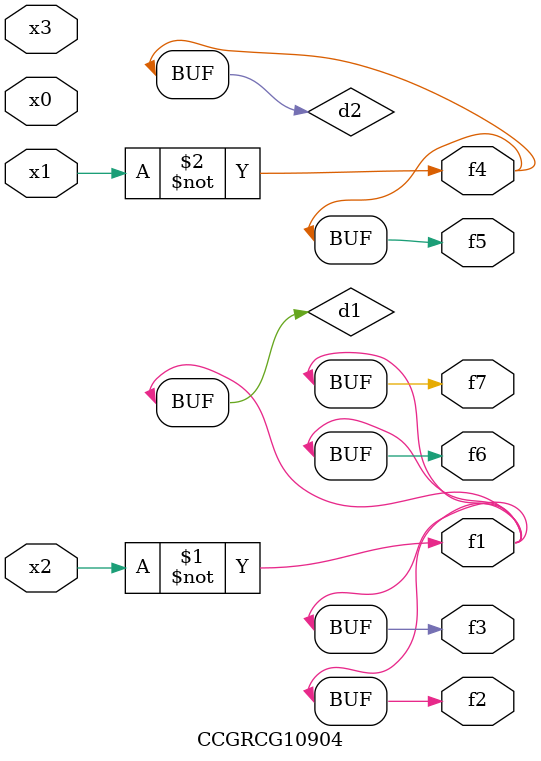
<source format=v>
module CCGRCG10904(
	input x0, x1, x2, x3,
	output f1, f2, f3, f4, f5, f6, f7
);

	wire d1, d2;

	xnor (d1, x2);
	not (d2, x1);
	assign f1 = d1;
	assign f2 = d1;
	assign f3 = d1;
	assign f4 = d2;
	assign f5 = d2;
	assign f6 = d1;
	assign f7 = d1;
endmodule

</source>
